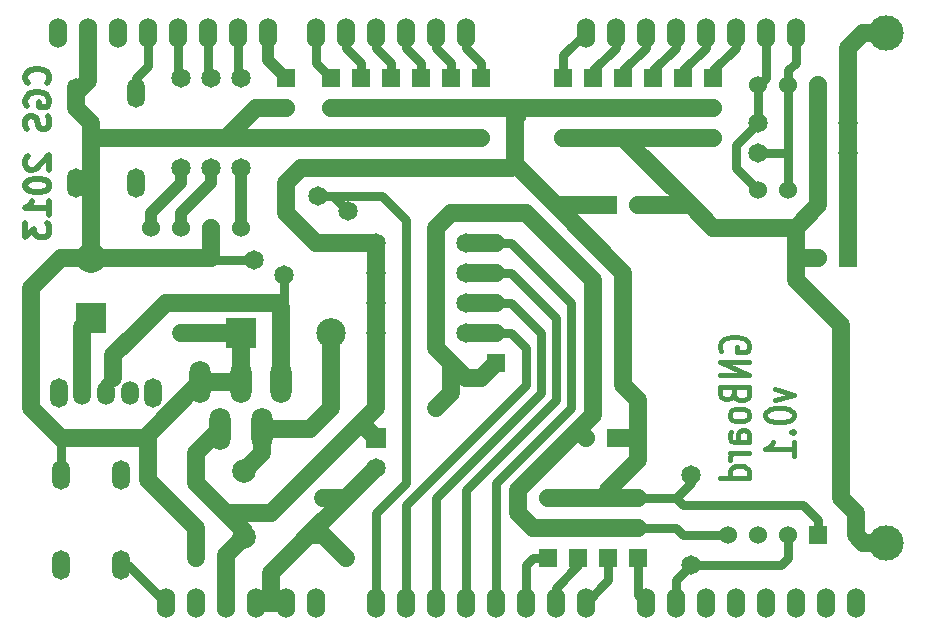
<source format=gbl>
G04 (created by PCBNEW (2013-mar-13)-testing) date mar 18 jun 2013 10:26:54 CEST*
%MOIN*%
G04 Gerber Fmt 3.4, Leading zero omitted, Abs format*
%FSLAX34Y34*%
G01*
G70*
G90*
G04 APERTURE LIST*
%ADD10C,0.003937*%
%ADD11C,0.019685*%
%ADD12C,0.015748*%
%ADD13O,0.059055X0.078740*%
%ADD14O,0.059055X0.098425*%
%ADD15R,0.098425X0.098425*%
%ADD16C,0.098425*%
%ADD17O,0.060000X0.100000*%
%ADD18C,0.118110*%
%ADD19R,0.055000X0.055000*%
%ADD20C,0.055000*%
%ADD21C,0.078700*%
%ADD22O,0.070500X0.141000*%
%ADD23C,0.060000*%
%ADD24R,0.100000X0.100000*%
%ADD25C,0.100000*%
%ADD26C,0.065000*%
%ADD27R,0.060000X0.060000*%
%ADD28R,0.065000X0.065000*%
%ADD29C,0.059055*%
%ADD30C,0.059055*%
%ADD31C,0.031496*%
%ADD32C,0.039370*%
G04 APERTURE END LIST*
G54D10*
G54D11*
X51031Y-30175D02*
X51068Y-30137D01*
X51106Y-30025D01*
X51106Y-29950D01*
X51068Y-29837D01*
X50993Y-29762D01*
X50918Y-29725D01*
X50768Y-29687D01*
X50656Y-29687D01*
X50506Y-29725D01*
X50431Y-29762D01*
X50356Y-29837D01*
X50318Y-29950D01*
X50318Y-30025D01*
X50356Y-30137D01*
X50393Y-30175D01*
X50356Y-30925D02*
X50318Y-30850D01*
X50318Y-30737D01*
X50356Y-30625D01*
X50431Y-30550D01*
X50506Y-30512D01*
X50656Y-30475D01*
X50768Y-30475D01*
X50918Y-30512D01*
X50993Y-30550D01*
X51068Y-30625D01*
X51106Y-30737D01*
X51106Y-30812D01*
X51068Y-30925D01*
X51031Y-30962D01*
X50768Y-30962D01*
X50768Y-30812D01*
X51068Y-31262D02*
X51106Y-31375D01*
X51106Y-31562D01*
X51068Y-31637D01*
X51031Y-31675D01*
X50956Y-31712D01*
X50881Y-31712D01*
X50806Y-31675D01*
X50768Y-31637D01*
X50731Y-31562D01*
X50693Y-31412D01*
X50656Y-31337D01*
X50618Y-31300D01*
X50543Y-31262D01*
X50468Y-31262D01*
X50393Y-31300D01*
X50356Y-31337D01*
X50318Y-31412D01*
X50318Y-31600D01*
X50356Y-31712D01*
X50393Y-32612D02*
X50356Y-32649D01*
X50318Y-32724D01*
X50318Y-32912D01*
X50356Y-32987D01*
X50393Y-33024D01*
X50468Y-33062D01*
X50543Y-33062D01*
X50656Y-33024D01*
X51106Y-32574D01*
X51106Y-33062D01*
X50318Y-33549D02*
X50318Y-33624D01*
X50356Y-33699D01*
X50393Y-33737D01*
X50468Y-33774D01*
X50618Y-33812D01*
X50806Y-33812D01*
X50956Y-33774D01*
X51031Y-33737D01*
X51068Y-33699D01*
X51106Y-33624D01*
X51106Y-33549D01*
X51068Y-33474D01*
X51031Y-33437D01*
X50956Y-33399D01*
X50806Y-33362D01*
X50618Y-33362D01*
X50468Y-33399D01*
X50393Y-33437D01*
X50356Y-33474D01*
X50318Y-33549D01*
X51106Y-34562D02*
X51106Y-34112D01*
X51106Y-34337D02*
X50318Y-34337D01*
X50431Y-34262D01*
X50506Y-34187D01*
X50543Y-34112D01*
X50318Y-34824D02*
X50318Y-35312D01*
X50618Y-35049D01*
X50618Y-35162D01*
X50656Y-35237D01*
X50693Y-35274D01*
X50768Y-35312D01*
X50956Y-35312D01*
X51031Y-35274D01*
X51068Y-35237D01*
X51106Y-35162D01*
X51106Y-34937D01*
X51068Y-34862D01*
X51031Y-34824D01*
G54D12*
X75289Y-40375D02*
X75945Y-40562D01*
X75289Y-40750D01*
X74961Y-41200D02*
X74961Y-41275D01*
X75007Y-41350D01*
X75054Y-41387D01*
X75148Y-41425D01*
X75335Y-41462D01*
X75570Y-41462D01*
X75757Y-41425D01*
X75851Y-41387D01*
X75898Y-41350D01*
X75945Y-41275D01*
X75945Y-41200D01*
X75898Y-41125D01*
X75851Y-41087D01*
X75757Y-41050D01*
X75570Y-41012D01*
X75335Y-41012D01*
X75148Y-41050D01*
X75054Y-41087D01*
X75007Y-41125D01*
X74961Y-41200D01*
X75851Y-41799D02*
X75898Y-41837D01*
X75945Y-41799D01*
X75898Y-41762D01*
X75851Y-41799D01*
X75945Y-41799D01*
X75945Y-42587D02*
X75945Y-42137D01*
X75945Y-42362D02*
X74961Y-42362D01*
X75101Y-42287D01*
X75195Y-42212D01*
X75242Y-42137D01*
X73507Y-39087D02*
X73461Y-39012D01*
X73461Y-38900D01*
X73507Y-38787D01*
X73601Y-38712D01*
X73695Y-38675D01*
X73882Y-38637D01*
X74023Y-38637D01*
X74210Y-38675D01*
X74304Y-38712D01*
X74398Y-38787D01*
X74445Y-38900D01*
X74445Y-38975D01*
X74398Y-39087D01*
X74351Y-39125D01*
X74023Y-39125D01*
X74023Y-38975D01*
X74445Y-39462D02*
X73461Y-39462D01*
X74445Y-39912D01*
X73461Y-39912D01*
X73929Y-40550D02*
X73976Y-40662D01*
X74023Y-40700D01*
X74117Y-40737D01*
X74257Y-40737D01*
X74351Y-40700D01*
X74398Y-40662D01*
X74445Y-40587D01*
X74445Y-40287D01*
X73461Y-40287D01*
X73461Y-40550D01*
X73507Y-40625D01*
X73554Y-40662D01*
X73648Y-40700D01*
X73742Y-40700D01*
X73835Y-40662D01*
X73882Y-40625D01*
X73929Y-40550D01*
X73929Y-40287D01*
X74445Y-41187D02*
X74398Y-41112D01*
X74351Y-41074D01*
X74257Y-41037D01*
X73976Y-41037D01*
X73882Y-41074D01*
X73835Y-41112D01*
X73789Y-41187D01*
X73789Y-41299D01*
X73835Y-41374D01*
X73882Y-41412D01*
X73976Y-41449D01*
X74257Y-41449D01*
X74351Y-41412D01*
X74398Y-41374D01*
X74445Y-41299D01*
X74445Y-41187D01*
X74445Y-42124D02*
X73929Y-42124D01*
X73835Y-42087D01*
X73789Y-42012D01*
X73789Y-41862D01*
X73835Y-41787D01*
X74398Y-42124D02*
X74445Y-42049D01*
X74445Y-41862D01*
X74398Y-41787D01*
X74304Y-41749D01*
X74210Y-41749D01*
X74117Y-41787D01*
X74070Y-41862D01*
X74070Y-42049D01*
X74023Y-42124D01*
X74445Y-42499D02*
X73789Y-42499D01*
X73976Y-42499D02*
X73882Y-42537D01*
X73835Y-42574D01*
X73789Y-42649D01*
X73789Y-42724D01*
X74445Y-43324D02*
X73461Y-43324D01*
X74398Y-43324D02*
X74445Y-43249D01*
X74445Y-43099D01*
X74398Y-43024D01*
X74351Y-42987D01*
X74257Y-42949D01*
X73976Y-42949D01*
X73882Y-42987D01*
X73835Y-43024D01*
X73789Y-43099D01*
X73789Y-43249D01*
X73835Y-43324D01*
G54D13*
X52212Y-40500D03*
X53000Y-40500D03*
X53787Y-40500D03*
G54D14*
X54574Y-40500D03*
X51425Y-40500D03*
G54D15*
X57500Y-38500D03*
G54D16*
X60500Y-38500D03*
G54D17*
X69000Y-28500D03*
X70000Y-28500D03*
X71000Y-28500D03*
X72000Y-28500D03*
X73000Y-28500D03*
X74000Y-28500D03*
X75000Y-28500D03*
X76000Y-28500D03*
X78000Y-47500D03*
X77000Y-47500D03*
X76000Y-47500D03*
X75000Y-47500D03*
X71000Y-47500D03*
X69000Y-47500D03*
X68000Y-47500D03*
X72000Y-47500D03*
X73000Y-47500D03*
X74000Y-47500D03*
X67000Y-47500D03*
X66000Y-47500D03*
X65000Y-47500D03*
X62000Y-47500D03*
X63000Y-47500D03*
X64000Y-47500D03*
X60000Y-47500D03*
X59000Y-47500D03*
X58000Y-47500D03*
X56000Y-47500D03*
X55000Y-47500D03*
X65000Y-28500D03*
X64000Y-28500D03*
X63000Y-28500D03*
X62000Y-28500D03*
X61000Y-28500D03*
X60000Y-28500D03*
X58400Y-28500D03*
X57400Y-28500D03*
X56400Y-28500D03*
X55400Y-28500D03*
X54400Y-28500D03*
X53400Y-28500D03*
X52400Y-28500D03*
X51400Y-28500D03*
X57000Y-47500D03*
G54D18*
X79000Y-28500D03*
X79000Y-45500D03*
G54D19*
X55500Y-37500D03*
G54D20*
X55500Y-38500D03*
G54D21*
X57600Y-45300D03*
X57600Y-43100D03*
G54D22*
X58850Y-40150D03*
X58200Y-41700D03*
X57500Y-40150D03*
X56800Y-41700D03*
X56150Y-40150D03*
G54D23*
X57500Y-35000D03*
X55500Y-35000D03*
X54500Y-35000D03*
X56500Y-35000D03*
G54D24*
X52500Y-38000D03*
G54D25*
X52500Y-36000D03*
G54D26*
X58939Y-36560D03*
X61060Y-34439D03*
X57500Y-30000D03*
X57500Y-33000D03*
X56500Y-30000D03*
X56500Y-33000D03*
X55500Y-30000D03*
X55500Y-33000D03*
X60060Y-33939D03*
X57939Y-36060D03*
G54D27*
X66000Y-39500D03*
G54D23*
X66000Y-38500D03*
X66000Y-37500D03*
X66000Y-36500D03*
X66000Y-35500D03*
G54D26*
X65000Y-35500D03*
X62000Y-35500D03*
X65000Y-36500D03*
X62000Y-36500D03*
X65000Y-37500D03*
X62000Y-37500D03*
X65000Y-38500D03*
X62000Y-38500D03*
G54D27*
X67750Y-46000D03*
G54D23*
X67750Y-45000D03*
X67750Y-44000D03*
G54D27*
X68750Y-46000D03*
G54D23*
X68750Y-45000D03*
X68750Y-44000D03*
G54D27*
X59000Y-30000D03*
G54D23*
X59000Y-31000D03*
G54D27*
X60500Y-30000D03*
G54D23*
X60500Y-31000D03*
X60500Y-32000D03*
G54D27*
X61500Y-30000D03*
G54D23*
X61500Y-31000D03*
X61500Y-32000D03*
G54D27*
X62500Y-30000D03*
G54D23*
X62500Y-31000D03*
X62500Y-32000D03*
G54D27*
X63500Y-30000D03*
G54D23*
X63500Y-31000D03*
X63500Y-32000D03*
G54D27*
X64500Y-30000D03*
G54D23*
X64500Y-31000D03*
X64500Y-32000D03*
G54D27*
X65500Y-30000D03*
G54D23*
X65500Y-31000D03*
X65500Y-32000D03*
G54D27*
X69750Y-46000D03*
G54D23*
X69750Y-45000D03*
X69750Y-44000D03*
G54D27*
X70750Y-46000D03*
G54D23*
X70750Y-45000D03*
X70750Y-44000D03*
G54D27*
X77750Y-30250D03*
G54D23*
X76750Y-30250D03*
X75750Y-30250D03*
X74750Y-30250D03*
G54D26*
X77750Y-32500D03*
X74750Y-32500D03*
X77750Y-31500D03*
X74750Y-31500D03*
G54D27*
X77750Y-33750D03*
G54D23*
X76750Y-33750D03*
X75750Y-33750D03*
X74750Y-33750D03*
G54D27*
X76750Y-45250D03*
G54D23*
X75750Y-45250D03*
X74750Y-45250D03*
X73750Y-45250D03*
G54D26*
X72500Y-43250D03*
X72500Y-46250D03*
G54D27*
X68250Y-30000D03*
G54D23*
X68250Y-31000D03*
X68250Y-32000D03*
G54D27*
X69250Y-30000D03*
G54D23*
X69250Y-31000D03*
X69250Y-32000D03*
G54D27*
X70250Y-30000D03*
G54D23*
X70250Y-31000D03*
X70250Y-32000D03*
G54D27*
X71250Y-30000D03*
G54D23*
X71250Y-31000D03*
X71250Y-32000D03*
G54D27*
X72250Y-30000D03*
G54D23*
X72250Y-31000D03*
X72250Y-32000D03*
G54D27*
X73250Y-30000D03*
G54D23*
X73250Y-31000D03*
X73250Y-32000D03*
G54D27*
X77750Y-36000D03*
G54D23*
X76750Y-36000D03*
G54D27*
X69750Y-34250D03*
G54D23*
X70750Y-34250D03*
G54D27*
X70000Y-42000D03*
G54D23*
X69000Y-42000D03*
G54D28*
X62000Y-42000D03*
G54D26*
X62000Y-43000D03*
G54D14*
X51500Y-43250D03*
X53500Y-43250D03*
X51500Y-46250D03*
X53500Y-46250D03*
X52000Y-30500D03*
X54000Y-30500D03*
X52000Y-33500D03*
X54000Y-33500D03*
G54D29*
X64000Y-41000D03*
X61000Y-46000D03*
X56000Y-46000D03*
X60250Y-44000D03*
G54D30*
X62000Y-42000D02*
X61500Y-41500D01*
X70000Y-42000D02*
X70750Y-42000D01*
X69750Y-44000D02*
X69750Y-43750D01*
X70250Y-36500D02*
X68000Y-34250D01*
X70250Y-40250D02*
X70250Y-36500D01*
X70750Y-40750D02*
X70250Y-40250D01*
X70750Y-42750D02*
X70750Y-42000D01*
X70750Y-42000D02*
X70750Y-40750D01*
X69750Y-43750D02*
X70750Y-42750D01*
X69750Y-34250D02*
X68000Y-34250D01*
X77750Y-33750D02*
X77750Y-36000D01*
X72250Y-31000D02*
X73250Y-31000D01*
X71250Y-31000D02*
X72250Y-31000D01*
X70250Y-31000D02*
X71250Y-31000D01*
X69250Y-31000D02*
X70250Y-31000D01*
X66625Y-32875D02*
X66625Y-31000D01*
X66750Y-31250D02*
X66750Y-31000D01*
X66750Y-31125D02*
X66750Y-31250D01*
X66625Y-31000D02*
X66750Y-31125D01*
X68250Y-31000D02*
X69250Y-31000D01*
X68250Y-31000D02*
X66750Y-31000D01*
X66750Y-31000D02*
X66500Y-31000D01*
X66500Y-31000D02*
X65500Y-31000D01*
G54D31*
X76750Y-45250D02*
X76750Y-44750D01*
X72250Y-44250D02*
X72000Y-44000D01*
X76250Y-44250D02*
X72250Y-44250D01*
X76750Y-44750D02*
X76250Y-44250D01*
X72500Y-43250D02*
X72500Y-43500D01*
X72000Y-44000D02*
X70750Y-44000D01*
X72500Y-43500D02*
X72000Y-44000D01*
G54D30*
X77750Y-32500D02*
X77750Y-33750D01*
X77750Y-31500D02*
X77750Y-32500D01*
X77750Y-30250D02*
X77750Y-31500D01*
X79000Y-28500D02*
X78250Y-28500D01*
X77750Y-29000D02*
X77750Y-30250D01*
X78250Y-28500D02*
X77750Y-29000D01*
X66625Y-32875D02*
X68000Y-34250D01*
X69750Y-44000D02*
X70750Y-44000D01*
X68750Y-44000D02*
X69750Y-44000D01*
X67750Y-44000D02*
X68750Y-44000D01*
X62000Y-35500D02*
X60000Y-35500D01*
X66500Y-33000D02*
X66625Y-32875D01*
X59500Y-33000D02*
X66500Y-33000D01*
X59000Y-33500D02*
X59500Y-33000D01*
X62000Y-36500D02*
X62000Y-35500D01*
X62000Y-37500D02*
X62000Y-36500D01*
X62000Y-38500D02*
X62000Y-37500D01*
X65500Y-31000D02*
X64500Y-31000D01*
X64500Y-31000D02*
X63500Y-31000D01*
X63500Y-31000D02*
X62500Y-31000D01*
X62500Y-31000D02*
X61500Y-31000D01*
X60500Y-31000D02*
X61500Y-31000D01*
X62000Y-38500D02*
X62000Y-39000D01*
X62000Y-39000D02*
X62000Y-41000D01*
X62000Y-41000D02*
X61500Y-41500D01*
X61500Y-41500D02*
X61000Y-42000D01*
X58500Y-44500D02*
X57000Y-44500D01*
X61000Y-42000D02*
X58500Y-44500D01*
X57600Y-45300D02*
X57600Y-45100D01*
X56000Y-42500D02*
X56800Y-41700D01*
X56000Y-43500D02*
X56000Y-42500D01*
X57600Y-45100D02*
X57000Y-44500D01*
X57000Y-44500D02*
X56000Y-43500D01*
X57000Y-47500D02*
X57000Y-45900D01*
X57000Y-45900D02*
X57600Y-45300D01*
X59000Y-34500D02*
X59000Y-33500D01*
X60000Y-35500D02*
X59000Y-34500D01*
X53250Y-39249D02*
X53250Y-39999D01*
X53250Y-39249D02*
X54000Y-38500D01*
X55500Y-37500D02*
X55000Y-37500D01*
X55000Y-37500D02*
X54000Y-38500D01*
G54D32*
X53000Y-40250D02*
X53250Y-40000D01*
X53000Y-40250D02*
X53000Y-40500D01*
G54D30*
X53250Y-39999D02*
X53250Y-40000D01*
G54D31*
X58939Y-36560D02*
X58939Y-37560D01*
X58939Y-37560D02*
X58850Y-37650D01*
G54D30*
X55500Y-37500D02*
X58700Y-37500D01*
X58700Y-37500D02*
X58850Y-37650D01*
X58850Y-40150D02*
X58850Y-37850D01*
X58850Y-37850D02*
X58850Y-37650D01*
G54D31*
X60060Y-33939D02*
X62189Y-33939D01*
X62000Y-44500D02*
X62000Y-47500D01*
X63000Y-43500D02*
X62000Y-44500D01*
X63000Y-34750D02*
X63000Y-43500D01*
X62189Y-33939D02*
X63000Y-34750D01*
X60060Y-33939D02*
X60560Y-33939D01*
X60560Y-33939D02*
X61060Y-34439D01*
X54400Y-29600D02*
X54400Y-28500D01*
X54000Y-30000D02*
X54400Y-29600D01*
X54000Y-30500D02*
X54000Y-30000D01*
G54D32*
X58400Y-28500D02*
X58400Y-29400D01*
X58400Y-29400D02*
X59000Y-30000D01*
G54D31*
X68250Y-30000D02*
X68250Y-29250D01*
X68250Y-29250D02*
X69000Y-28500D01*
X69250Y-30000D02*
X69250Y-29750D01*
X70000Y-29000D02*
X70000Y-28500D01*
X69250Y-29750D02*
X70000Y-29000D01*
X70250Y-30000D02*
X70250Y-29750D01*
X71000Y-29000D02*
X71000Y-28500D01*
X70250Y-29750D02*
X71000Y-29000D01*
X71250Y-30000D02*
X71250Y-29750D01*
X72000Y-29000D02*
X72000Y-28500D01*
X71250Y-29750D02*
X72000Y-29000D01*
X72250Y-30000D02*
X72250Y-29750D01*
X73000Y-29000D02*
X73000Y-28500D01*
X72250Y-29750D02*
X73000Y-29000D01*
X73250Y-30000D02*
X73250Y-29750D01*
X74000Y-29000D02*
X74000Y-28500D01*
X73250Y-29750D02*
X74000Y-29000D01*
X72500Y-46250D02*
X72000Y-46750D01*
X72000Y-46750D02*
X72000Y-47500D01*
X75750Y-45250D02*
X75750Y-46000D01*
X75500Y-46250D02*
X72500Y-46250D01*
X75750Y-46000D02*
X75500Y-46250D01*
G54D30*
X62000Y-43000D02*
X61000Y-44000D01*
X70750Y-34250D02*
X72500Y-34250D01*
X69000Y-42000D02*
X68750Y-41750D01*
X76000Y-36000D02*
X76750Y-36000D01*
X76000Y-35000D02*
X76000Y-36000D01*
X76000Y-36000D02*
X76000Y-36750D01*
X78250Y-45500D02*
X79000Y-45500D01*
X78000Y-45250D02*
X78250Y-45500D01*
X78000Y-44500D02*
X78000Y-45250D01*
X77500Y-44000D02*
X78000Y-44500D01*
X77500Y-38250D02*
X77500Y-44000D01*
X76000Y-36750D02*
X77500Y-38250D01*
X76750Y-33750D02*
X76750Y-34250D01*
X73250Y-35000D02*
X72500Y-34250D01*
X72500Y-34250D02*
X70250Y-32000D01*
X76000Y-35000D02*
X73250Y-35000D01*
X76750Y-34250D02*
X76000Y-35000D01*
X72250Y-32000D02*
X73250Y-32000D01*
X71250Y-32000D02*
X72250Y-32000D01*
X70250Y-32000D02*
X71250Y-32000D01*
X69250Y-32000D02*
X70250Y-32000D01*
X68250Y-32000D02*
X69250Y-32000D01*
G54D31*
X73750Y-45250D02*
X72250Y-45250D01*
X72000Y-45000D02*
X70750Y-45000D01*
X72250Y-45250D02*
X72000Y-45000D01*
X51500Y-43250D02*
X51500Y-42000D01*
G54D30*
X76750Y-30250D02*
X76750Y-33750D01*
X69750Y-45000D02*
X70750Y-45000D01*
X68750Y-45000D02*
X69750Y-45000D01*
X67750Y-45000D02*
X68750Y-45000D01*
X67750Y-42750D02*
X66750Y-43750D01*
X67000Y-34500D02*
X69250Y-36750D01*
X69250Y-36750D02*
X69250Y-41250D01*
X69250Y-41250D02*
X68750Y-41750D01*
X68750Y-41750D02*
X67750Y-42750D01*
X64500Y-39500D02*
X64000Y-39000D01*
X64000Y-39000D02*
X64000Y-35000D01*
X64000Y-35000D02*
X64500Y-34500D01*
X64500Y-34500D02*
X67000Y-34500D01*
X67250Y-45000D02*
X67750Y-45000D01*
X66750Y-44500D02*
X67250Y-45000D01*
X66750Y-43750D02*
X66750Y-44500D01*
G54D31*
X57939Y-36060D02*
X56560Y-36060D01*
X56560Y-36060D02*
X56500Y-36000D01*
G54D30*
X60500Y-32000D02*
X59000Y-32000D01*
X59000Y-32000D02*
X57000Y-32000D01*
X64500Y-32000D02*
X65500Y-32000D01*
X63500Y-32000D02*
X64500Y-32000D01*
X62500Y-32000D02*
X63500Y-32000D01*
X61500Y-32000D02*
X62500Y-32000D01*
X60500Y-32000D02*
X61500Y-32000D01*
X59000Y-31000D02*
X58000Y-31000D01*
X58000Y-31000D02*
X57000Y-32000D01*
X57000Y-32000D02*
X52500Y-32000D01*
X59750Y-45250D02*
X60250Y-45250D01*
X64500Y-40500D02*
X64500Y-39500D01*
X64000Y-41000D02*
X64500Y-40500D01*
X60250Y-45250D02*
X61000Y-46000D01*
X61000Y-44000D02*
X60250Y-44000D01*
X54400Y-43400D02*
X54400Y-41900D01*
X56000Y-45000D02*
X54400Y-43400D01*
X56000Y-46000D02*
X56000Y-45000D01*
X52000Y-33500D02*
X52500Y-33500D01*
X52000Y-30500D02*
X52000Y-31000D01*
X52500Y-31500D02*
X52500Y-32000D01*
X52500Y-32000D02*
X52500Y-33500D01*
X52500Y-33500D02*
X52500Y-36000D01*
X52000Y-31000D02*
X52500Y-31500D01*
X52400Y-28500D02*
X52400Y-30100D01*
X52400Y-30100D02*
X52000Y-30500D01*
X65000Y-40000D02*
X64500Y-39500D01*
X65000Y-40000D02*
X65500Y-40000D01*
X65500Y-40000D02*
X66000Y-39500D01*
X61000Y-44000D02*
X60500Y-44500D01*
X60500Y-44500D02*
X59750Y-45250D01*
X59750Y-45250D02*
X59500Y-45500D01*
X58500Y-46500D02*
X59500Y-45500D01*
X56500Y-35000D02*
X56500Y-36000D01*
X52500Y-36000D02*
X56500Y-36000D01*
X52500Y-36000D02*
X51500Y-36000D01*
X51500Y-36000D02*
X50500Y-37000D01*
X50500Y-37000D02*
X50500Y-41000D01*
X50500Y-41000D02*
X51500Y-42000D01*
X51500Y-42000D02*
X54300Y-42000D01*
X54300Y-42000D02*
X54400Y-41900D01*
X54400Y-41900D02*
X56150Y-40150D01*
X55500Y-38500D02*
X57500Y-38500D01*
X58500Y-46500D02*
X58500Y-47500D01*
X57500Y-40150D02*
X57500Y-39000D01*
X57500Y-39000D02*
X57500Y-38500D01*
X58000Y-47500D02*
X58500Y-47500D01*
X58500Y-47500D02*
X59000Y-47500D01*
X57500Y-40150D02*
X57000Y-40150D01*
X57000Y-40150D02*
X56150Y-40150D01*
G54D31*
X74750Y-32500D02*
X75750Y-32500D01*
X75750Y-31750D02*
X75750Y-32500D01*
X75750Y-32500D02*
X75750Y-33750D01*
X75750Y-31750D02*
X75750Y-30250D01*
X76000Y-28500D02*
X76000Y-29500D01*
X75750Y-29750D02*
X75750Y-30250D01*
X76000Y-29500D02*
X75750Y-29750D01*
X74750Y-31500D02*
X74000Y-32250D01*
X74000Y-33000D02*
X74750Y-33750D01*
X74000Y-32250D02*
X74000Y-33000D01*
X74750Y-30250D02*
X74750Y-31500D01*
X75000Y-28500D02*
X75000Y-30000D01*
X75000Y-30000D02*
X74750Y-30250D01*
X63000Y-47500D02*
X63000Y-44250D01*
X66500Y-38500D02*
X66000Y-38500D01*
X67000Y-39000D02*
X66500Y-38500D01*
X67000Y-40250D02*
X67000Y-39000D01*
X63000Y-44250D02*
X67000Y-40250D01*
G54D30*
X65000Y-38500D02*
X66000Y-38500D01*
G54D31*
X66000Y-37500D02*
X66500Y-37500D01*
X64000Y-44000D02*
X64000Y-47500D01*
X67500Y-40500D02*
X64000Y-44000D01*
X67500Y-38500D02*
X67500Y-40500D01*
X66500Y-37500D02*
X67500Y-38500D01*
G54D30*
X65000Y-37500D02*
X66000Y-37500D01*
G54D31*
X65000Y-47500D02*
X65000Y-43750D01*
X66500Y-36500D02*
X66000Y-36500D01*
X68000Y-38000D02*
X66500Y-36500D01*
X68000Y-40750D02*
X68000Y-38000D01*
X65000Y-43750D02*
X68000Y-40750D01*
G54D30*
X65000Y-36500D02*
X66000Y-36500D01*
G54D31*
X66000Y-35500D02*
X66500Y-35500D01*
X66000Y-43500D02*
X66000Y-47500D01*
X68500Y-41000D02*
X66000Y-43500D01*
X68500Y-37500D02*
X68500Y-41000D01*
X66500Y-35500D02*
X68500Y-37500D01*
G54D30*
X65000Y-35500D02*
X66000Y-35500D01*
G54D31*
X55400Y-28500D02*
X55400Y-29900D01*
X55400Y-29900D02*
X55500Y-30000D01*
X56400Y-28500D02*
X56400Y-29900D01*
X56400Y-29900D02*
X56500Y-30000D01*
X57400Y-28500D02*
X57400Y-29900D01*
X57400Y-29900D02*
X57500Y-30000D01*
G54D32*
X55500Y-33000D02*
X55500Y-33500D01*
X54500Y-34500D02*
X54500Y-35000D01*
X55500Y-33500D02*
X54500Y-34500D01*
X57500Y-33000D02*
X57500Y-35000D01*
G54D30*
X52212Y-40500D02*
X52212Y-38287D01*
X52212Y-38287D02*
X52500Y-38000D01*
X60500Y-38500D02*
X60500Y-41000D01*
X59800Y-41700D02*
X58200Y-41700D01*
X60500Y-41000D02*
X59800Y-41700D01*
X58200Y-41700D02*
X58200Y-42500D01*
X58200Y-42500D02*
X57600Y-43100D01*
G54D32*
X56500Y-33000D02*
X56500Y-33500D01*
X55500Y-34500D02*
X55500Y-35000D01*
X56500Y-33500D02*
X55500Y-34500D01*
G54D31*
X53500Y-46250D02*
X53750Y-46250D01*
X53750Y-46250D02*
X55000Y-47500D01*
X60000Y-28500D02*
X60000Y-29500D01*
X60000Y-29500D02*
X60500Y-30000D01*
X61000Y-28500D02*
X61000Y-29000D01*
X61500Y-29500D02*
X61500Y-30000D01*
X61000Y-29000D02*
X61500Y-29500D01*
X62000Y-28500D02*
X62000Y-29000D01*
X62500Y-29500D02*
X62500Y-30000D01*
X62000Y-29000D02*
X62500Y-29500D01*
X63000Y-28500D02*
X63000Y-29000D01*
X63500Y-29500D02*
X63500Y-30000D01*
X63000Y-29000D02*
X63500Y-29500D01*
X64000Y-28500D02*
X64000Y-29000D01*
X64500Y-29500D02*
X64500Y-30000D01*
X64000Y-29000D02*
X64500Y-29500D01*
X65000Y-28500D02*
X65000Y-29000D01*
X65500Y-29500D02*
X65500Y-30000D01*
X65000Y-29000D02*
X65500Y-29500D01*
X67750Y-46000D02*
X67250Y-46000D01*
X67000Y-46250D02*
X67000Y-47500D01*
X67250Y-46000D02*
X67000Y-46250D01*
X68750Y-46000D02*
X68750Y-46250D01*
X68000Y-47000D02*
X68000Y-47500D01*
X68750Y-46250D02*
X68000Y-47000D01*
X69750Y-46000D02*
X69750Y-46750D01*
X69750Y-46750D02*
X69000Y-47500D01*
X70750Y-46000D02*
X70750Y-47250D01*
X70750Y-47250D02*
X71000Y-47500D01*
M02*

</source>
